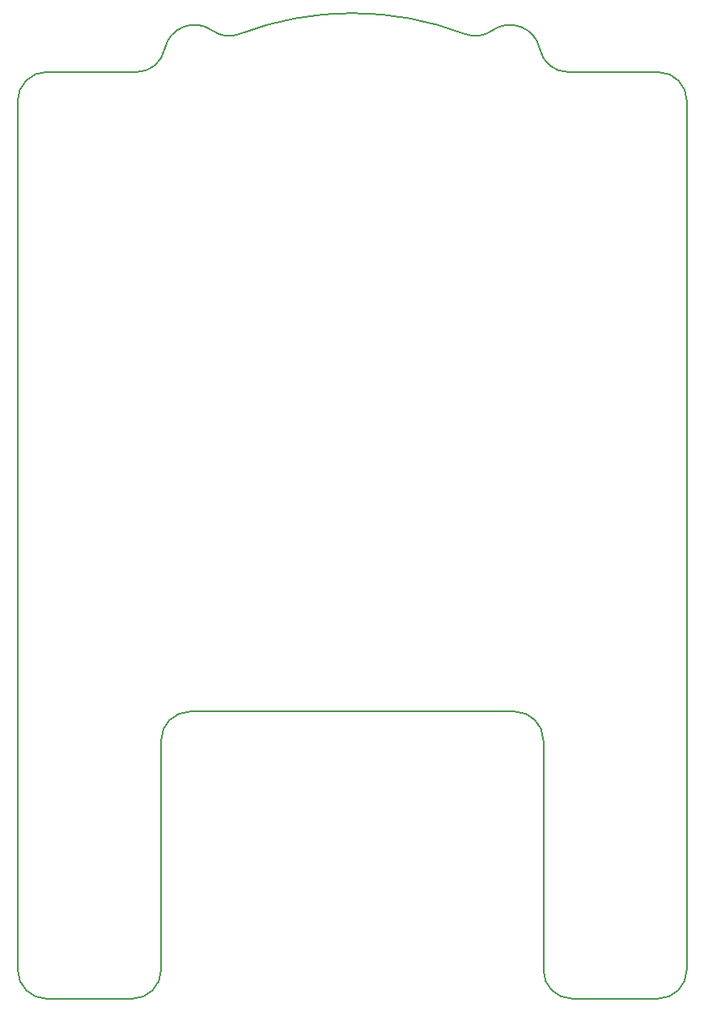
<source format=gbr>
%TF.GenerationSoftware,KiCad,Pcbnew,7.0.6*%
%TF.CreationDate,2023-12-23T00:17:47+09:00*%
%TF.ProjectId,MainBoard_ATMega2560Pro_20230629,4d61696e-426f-4617-9264-5f41544d6567,rev?*%
%TF.SameCoordinates,Original*%
%TF.FileFunction,Profile,NP*%
%FSLAX46Y46*%
G04 Gerber Fmt 4.6, Leading zero omitted, Abs format (unit mm)*
G04 Created by KiCad (PCBNEW 7.0.6) date 2023-12-23 00:17:47*
%MOMM*%
%LPD*%
G01*
G04 APERTURE LIST*
%TA.AperFunction,Profile*%
%ADD10C,0.200000*%
%TD*%
G04 APERTURE END LIST*
D10*
X121372433Y-67054463D02*
G75*
G03*
X116373841Y-65109159I-3132433J-654237D01*
G01*
X66740000Y-133287508D02*
X66740000Y-123133862D01*
X121739992Y-139287508D02*
G75*
G03*
X118740000Y-136287508I-2999992J8D01*
G01*
X87106147Y-65109176D02*
G75*
G03*
X82107587Y-67054467I-1866147J-2599524D01*
G01*
X136740001Y-163287508D02*
X136740001Y-133287508D01*
X121372419Y-67054466D02*
G75*
G03*
X124309053Y-69441152I2936681J613366D01*
G01*
X87106160Y-65109157D02*
G75*
G03*
X89929376Y-65473400I1749540J2437157D01*
G01*
X121740000Y-139287508D02*
X121740000Y-163287508D01*
X118740000Y-136287508D02*
X84740000Y-136287508D01*
X66740000Y-123133862D02*
X66740000Y-72441152D01*
X66740000Y-163287508D02*
X66740000Y-133287508D01*
X136740000Y-123133862D02*
X136740000Y-72441152D01*
X81740000Y-139287508D02*
X81740000Y-163287508D01*
X69740000Y-69441152D02*
X79170947Y-69441152D01*
X66739992Y-163287508D02*
G75*
G03*
X69740000Y-166287508I3000008J8D01*
G01*
X121739992Y-163287508D02*
G75*
G03*
X124740000Y-166287508I3000008J8D01*
G01*
X79170947Y-69441157D02*
G75*
G03*
X82107586Y-67054467I-47J3000057D01*
G01*
X124309053Y-69441152D02*
X133740000Y-69441152D01*
X78740000Y-166287500D02*
G75*
G03*
X81740000Y-163287508I0J3000000D01*
G01*
X113550611Y-65473436D02*
G75*
G03*
X116373841Y-65109159I1073689J2801136D01*
G01*
X84740000Y-136287500D02*
G75*
G03*
X81740000Y-139287508I0J-3000000D01*
G01*
X78740000Y-166287508D02*
X69740000Y-166287508D01*
X133740001Y-166287501D02*
G75*
G03*
X136740001Y-163287508I-1J3000001D01*
G01*
X136739948Y-72441152D02*
G75*
G03*
X133740000Y-69441152I-2999948J52D01*
G01*
X113550624Y-65473402D02*
G75*
G03*
X89929376Y-65473402I-11810624J-30814098D01*
G01*
X124740000Y-166287508D02*
X133740001Y-166287508D01*
X69740000Y-69441150D02*
G75*
G03*
X66740000Y-72441152I-20J-2999980D01*
G01*
X136740001Y-123133862D02*
X136740001Y-133287508D01*
M02*

</source>
